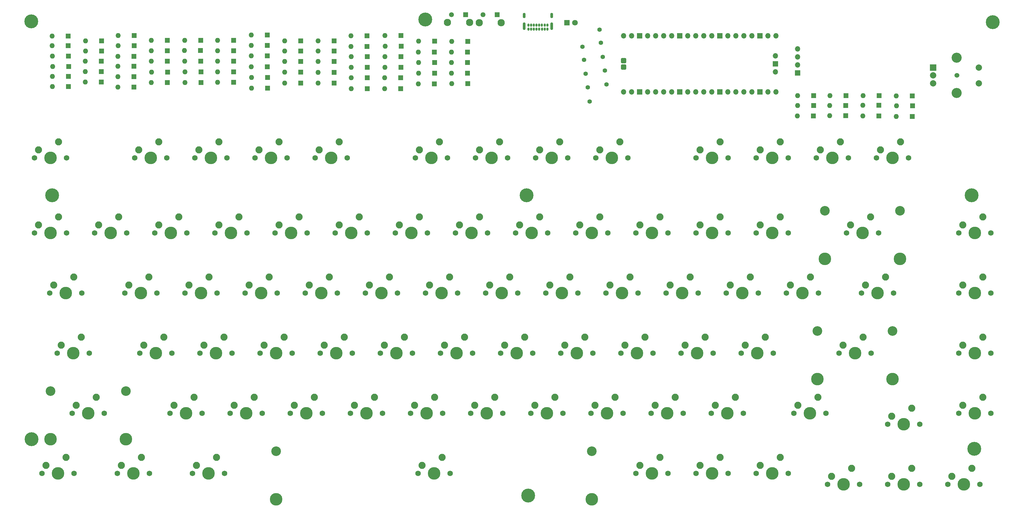
<source format=gbr>
%TF.GenerationSoftware,KiCad,Pcbnew,(6.0.1)*%
%TF.CreationDate,2022-07-13T18:13:40-04:00*%
%TF.ProjectId,Model K Pico-0.2,4d6f6465-6c20-44b2-9050-69636f2d302e,rev?*%
%TF.SameCoordinates,Original*%
%TF.FileFunction,Soldermask,Bot*%
%TF.FilePolarity,Negative*%
%FSLAX46Y46*%
G04 Gerber Fmt 4.6, Leading zero omitted, Abs format (unit mm)*
G04 Created by KiCad (PCBNEW (6.0.1)) date 2022-07-13 18:13:40*
%MOMM*%
%LPD*%
G01*
G04 APERTURE LIST*
G04 Aperture macros list*
%AMRoundRect*
0 Rectangle with rounded corners*
0 $1 Rounding radius*
0 $2 $3 $4 $5 $6 $7 $8 $9 X,Y pos of 4 corners*
0 Add a 4 corners polygon primitive as box body*
4,1,4,$2,$3,$4,$5,$6,$7,$8,$9,$2,$3,0*
0 Add four circle primitives for the rounded corners*
1,1,$1+$1,$2,$3*
1,1,$1+$1,$4,$5*
1,1,$1+$1,$6,$7*
1,1,$1+$1,$8,$9*
0 Add four rect primitives between the rounded corners*
20,1,$1+$1,$2,$3,$4,$5,0*
20,1,$1+$1,$4,$5,$6,$7,0*
20,1,$1+$1,$6,$7,$8,$9,0*
20,1,$1+$1,$8,$9,$2,$3,0*%
%AMHorizOval*
0 Thick line with rounded ends*
0 $1 width*
0 $2 $3 position (X,Y) of the first rounded end (center of the circle)*
0 $4 $5 position (X,Y) of the second rounded end (center of the circle)*
0 Add line between two ends*
20,1,$1,$2,$3,$4,$5,0*
0 Add two circle primitives to create the rounded ends*
1,1,$1,$2,$3*
1,1,$1,$4,$5*%
G04 Aperture macros list end*
%ADD10C,1.750000*%
%ADD11C,3.987800*%
%ADD12C,2.250000*%
%ADD13R,1.600000X1.600000*%
%ADD14O,1.600000X1.600000*%
%ADD15C,3.048000*%
%ADD16R,1.550000X1.550000*%
%ADD17C,1.550000*%
%ADD18C,2.300000*%
%ADD19R,1.800000X1.800000*%
%ADD20C,1.800000*%
%ADD21O,0.650000X1.000000*%
%ADD22O,0.900000X1.700000*%
%ADD23O,0.900000X2.400000*%
%ADD24C,4.400000*%
%ADD25R,1.700000X1.700000*%
%ADD26O,1.700000X1.700000*%
%ADD27C,1.524000*%
%ADD28R,2.000000X2.000000*%
%ADD29C,2.000000*%
%ADD30C,3.200000*%
%ADD31C,1.400000*%
%ADD32HorizOval,1.400000X0.000000X0.000000X0.000000X0.000000X0*%
%ADD33RoundRect,0.437500X0.437500X-0.437500X0.437500X0.437500X-0.437500X0.437500X-0.437500X-0.437500X0*%
G04 APERTURE END LIST*
D10*
%TO.C,SW-1U-61*%
X161400000Y-157335000D03*
D11*
X166480000Y-157335000D03*
D10*
X171560000Y-157335000D03*
D12*
X162670000Y-154795000D03*
X169020000Y-152255000D03*
%TD*%
D13*
%TO.C,D75*%
X177457500Y-37675000D03*
D14*
X172377500Y-37675000D03*
%TD*%
D10*
%TO.C,SW-1U-80*%
X354130000Y-157330000D03*
X364290000Y-157330000D03*
D11*
X359210000Y-157330000D03*
D12*
X355400000Y-154790000D03*
X361750000Y-152250000D03*
%TD*%
D13*
%TO.C,D35*%
X145707500Y-45825000D03*
D14*
X140627500Y-45825000D03*
%TD*%
D11*
%TO.C,SW-1U-58*%
X109330000Y-157335000D03*
D10*
X104250000Y-157335000D03*
X114410000Y-157335000D03*
D12*
X105520000Y-154795000D03*
X111870000Y-152255000D03*
%TD*%
D13*
%TO.C,D38*%
X177457500Y-47685000D03*
D14*
X172377500Y-47685000D03*
%TD*%
D10*
%TO.C,SW-2.25U-55*%
X316185000Y-138285000D03*
D15*
X309358750Y-131300000D03*
D11*
X333171250Y-146540000D03*
X321265000Y-138285000D03*
D15*
X333171250Y-131300000D03*
D10*
X326345000Y-138285000D03*
D11*
X309358750Y-146540000D03*
D12*
X317455000Y-135745000D03*
X323805000Y-133205000D03*
%TD*%
D11*
%TO.C,SW-1U-24*%
X276025000Y-100185000D03*
D10*
X270945000Y-100185000D03*
X281105000Y-100185000D03*
D12*
X272215000Y-97645000D03*
X278565000Y-95105000D03*
%TD*%
D13*
%TO.C,D78*%
X308055000Y-63145000D03*
D14*
X302975000Y-63145000D03*
%TD*%
D16*
%TO.C,SW1*%
X197965000Y-31025000D03*
D17*
X193465000Y-31025000D03*
D18*
X199215000Y-33525000D03*
X192215000Y-33525000D03*
%TD*%
D11*
%TO.C,SW-1U-65*%
X242680000Y-157335000D03*
D10*
X237600000Y-157335000D03*
X247760000Y-157335000D03*
D12*
X238870000Y-154795000D03*
X245220000Y-152255000D03*
%TD*%
D13*
%TO.C,D29*%
X82537500Y-49095000D03*
D14*
X77457500Y-49095000D03*
%TD*%
D13*
%TO.C,D33*%
X124437500Y-45775000D03*
D14*
X119357500Y-45775000D03*
%TD*%
D13*
%TO.C,D28*%
X72167500Y-47425000D03*
D14*
X67087500Y-47425000D03*
%TD*%
D10*
%TO.C,SW-1U-77*%
X312535000Y-179885000D03*
D11*
X317615000Y-179885000D03*
D10*
X322695000Y-179885000D03*
D12*
X313805000Y-177345000D03*
X320155000Y-174805000D03*
%TD*%
D10*
%TO.C,SW-1U-22*%
X243005000Y-100185000D03*
X232845000Y-100185000D03*
D11*
X237925000Y-100185000D03*
D12*
X234115000Y-97645000D03*
X240465000Y-95105000D03*
%TD*%
D10*
%TO.C,SW-1U-48*%
X170930000Y-138285000D03*
D11*
X176010000Y-138285000D03*
D10*
X181090000Y-138285000D03*
D12*
X172200000Y-135745000D03*
X178550000Y-133205000D03*
%TD*%
D13*
%TO.C,D57*%
X72072500Y-40880000D03*
D14*
X66992500Y-40880000D03*
%TD*%
D11*
%TO.C,SW-1U-4*%
X155370000Y-76415000D03*
D10*
X150290000Y-76415000D03*
X160450000Y-76415000D03*
D12*
X151560000Y-73875000D03*
X157910000Y-71335000D03*
%TD*%
D13*
%TO.C,D69*%
X308140000Y-59785000D03*
D14*
X303060000Y-59785000D03*
%TD*%
D13*
%TO.C,D48*%
X124402500Y-42470000D03*
D14*
X119322500Y-42470000D03*
%TD*%
D19*
%TO.C,LED*%
X230015000Y-33585000D03*
D20*
X232555000Y-33585000D03*
%TD*%
D13*
%TO.C,D59*%
X92912500Y-40855000D03*
D14*
X87832500Y-40855000D03*
%TD*%
D11*
%TO.C,SW-1U-9*%
X276010000Y-76420000D03*
D10*
X281090000Y-76420000D03*
X270930000Y-76420000D03*
D12*
X272200000Y-73880000D03*
X278550000Y-71340000D03*
%TD*%
D13*
%TO.C,D54*%
X188057500Y-42845000D03*
D14*
X182977500Y-42845000D03*
%TD*%
D13*
%TO.C,D7*%
X156277500Y-52715000D03*
D14*
X151197500Y-52715000D03*
%TD*%
D10*
%TO.C,SW-1U-32*%
X157275000Y-119235000D03*
D11*
X152195000Y-119235000D03*
D10*
X147115000Y-119235000D03*
D12*
X148385000Y-116695000D03*
X154735000Y-114155000D03*
%TD*%
D21*
%TO.C,USB1*%
X223805000Y-35625000D03*
X222955000Y-35625000D03*
X222105000Y-35625000D03*
X221255000Y-35625000D03*
X220405000Y-35625000D03*
X219555000Y-35625000D03*
X218705000Y-35625000D03*
X217855000Y-35625000D03*
X217850000Y-34300000D03*
X218700000Y-34300000D03*
X219550000Y-34300000D03*
X220400000Y-34300000D03*
X221250000Y-34300000D03*
X222100000Y-34300000D03*
X222950000Y-34300000D03*
X223805000Y-34300000D03*
D22*
X216505000Y-31265000D03*
X225155000Y-31265000D03*
D23*
X225155000Y-34645000D03*
X216505000Y-34645000D03*
%TD*%
D10*
%TO.C,SW-1U-16*%
X118545000Y-100185000D03*
X128705000Y-100185000D03*
D11*
X123625000Y-100185000D03*
D12*
X119815000Y-97645000D03*
X126165000Y-95105000D03*
%TD*%
D13*
%TO.C,D16*%
X103512500Y-49200000D03*
D14*
X98432500Y-49200000D03*
%TD*%
D24*
%TO.C,*%
X358240000Y-88285000D03*
%TD*%
D13*
%TO.C,D65*%
X156302500Y-39365000D03*
D14*
X151222500Y-39365000D03*
%TD*%
D10*
%TO.C,SW-1U-50*%
X209030000Y-138285000D03*
D11*
X214110000Y-138285000D03*
D10*
X219190000Y-138285000D03*
D12*
X210300000Y-135745000D03*
X216650000Y-133205000D03*
%TD*%
D13*
%TO.C,D73*%
X135102500Y-37500000D03*
D14*
X130022500Y-37500000D03*
%TD*%
D11*
%TO.C,SW-1.25U-71*%
X92660000Y-176390000D03*
D10*
X97740000Y-176390000D03*
X87580000Y-176390000D03*
D12*
X88850000Y-173850000D03*
X95200000Y-171310000D03*
%TD*%
D10*
%TO.C,SW-1U-36*%
X233475000Y-119235000D03*
X223315000Y-119235000D03*
D11*
X228395000Y-119235000D03*
D12*
X224585000Y-116695000D03*
X230935000Y-114155000D03*
%TD*%
D13*
%TO.C,D40*%
X198537500Y-46205000D03*
D14*
X193457500Y-46205000D03*
%TD*%
D13*
%TO.C,D14*%
X82537500Y-52330000D03*
D14*
X77457500Y-52330000D03*
%TD*%
D25*
%TO.C,I2CHeader1*%
X303085000Y-49475000D03*
D26*
X303085000Y-46935000D03*
X303085000Y-44395000D03*
X303085000Y-41855000D03*
%TD*%
D13*
%TO.C,D30*%
X92847500Y-47400000D03*
D14*
X87767500Y-47400000D03*
%TD*%
D11*
%TO.C,SW-1.5U-28*%
X71235000Y-119240000D03*
D10*
X66155000Y-119240000D03*
X76315000Y-119240000D03*
D12*
X67425000Y-116700000D03*
X73775000Y-114160000D03*
%TD*%
D13*
%TO.C,D70*%
X72072500Y-37775000D03*
D14*
X66992500Y-37775000D03*
%TD*%
D13*
%TO.C,D47*%
X113967500Y-42375000D03*
D14*
X108887500Y-42375000D03*
%TD*%
D13*
%TO.C,D18*%
X124437500Y-49145000D03*
D14*
X119357500Y-49145000D03*
%TD*%
D11*
%TO.C,SW-1U-20*%
X199825000Y-100185000D03*
D10*
X194745000Y-100185000D03*
X204905000Y-100185000D03*
D12*
X196015000Y-97645000D03*
X202365000Y-95105000D03*
%TD*%
D11*
%TO.C,SW-1.25U-70*%
X68850000Y-176390000D03*
D10*
X63770000Y-176390000D03*
X73930000Y-176390000D03*
D12*
X65040000Y-173850000D03*
X71390000Y-171310000D03*
%TD*%
D13*
%TO.C,D13*%
X72137500Y-50600000D03*
D14*
X67057500Y-50600000D03*
%TD*%
D13*
%TO.C,D60*%
X103417500Y-39120000D03*
D14*
X98337500Y-39120000D03*
%TD*%
D13*
%TO.C,D44*%
X82550949Y-45740918D03*
D14*
X77470949Y-45740918D03*
%TD*%
D10*
%TO.C,SW-1U-74*%
X262045000Y-176385000D03*
X251885000Y-176385000D03*
D11*
X256965000Y-176385000D03*
D12*
X253155000Y-173845000D03*
X259505000Y-171305000D03*
%TD*%
D13*
%TO.C,D76*%
X188087500Y-39445000D03*
D14*
X183007500Y-39445000D03*
%TD*%
D10*
%TO.C,SW-1U-35*%
X204265000Y-119235000D03*
X214425000Y-119235000D03*
D11*
X209345000Y-119235000D03*
D12*
X205535000Y-116695000D03*
X211885000Y-114155000D03*
%TD*%
D27*
%TO.C,ROTARY1*%
X353515000Y-50265000D03*
D28*
X345995000Y-47765000D03*
D29*
X345995000Y-52765000D03*
X345995000Y-50265000D03*
D30*
X353495000Y-44665000D03*
X353495000Y-55865000D03*
D29*
X360495000Y-52765000D03*
X360495000Y-47765000D03*
%TD*%
D13*
%TO.C,D77*%
X198572500Y-39480000D03*
D14*
X193492500Y-39480000D03*
%TD*%
D13*
%TO.C,D61*%
X114002500Y-39200000D03*
D14*
X108922500Y-39200000D03*
%TD*%
D10*
%TO.C,SW-1U-3*%
X131240000Y-76415000D03*
D11*
X136320000Y-76415000D03*
D10*
X141400000Y-76415000D03*
D12*
X132510000Y-73875000D03*
X138860000Y-71335000D03*
%TD*%
D11*
%TO.C,SW-1U-8*%
X244280000Y-76405000D03*
D10*
X249360000Y-76405000D03*
X239200000Y-76405000D03*
D12*
X240470000Y-73865000D03*
X246820000Y-71325000D03*
%TD*%
D11*
%TO.C,SW-1U-7*%
X225230000Y-76405000D03*
D10*
X220150000Y-76405000D03*
X230310000Y-76405000D03*
D12*
X221420000Y-73865000D03*
X227770000Y-71325000D03*
%TD*%
D13*
%TO.C,D8*%
X166777500Y-54470000D03*
D14*
X161697500Y-54470000D03*
%TD*%
D13*
%TO.C,D25*%
X198557500Y-49565000D03*
D14*
X193477500Y-49565000D03*
%TD*%
D10*
%TO.C,SW-1U-31*%
X138225000Y-119235000D03*
X128065000Y-119235000D03*
D11*
X133145000Y-119235000D03*
D12*
X129335000Y-116695000D03*
X135685000Y-114155000D03*
%TD*%
D13*
%TO.C,D52*%
X166742500Y-44330000D03*
D14*
X161662500Y-44330000D03*
%TD*%
D10*
%TO.C,SW-1U-0*%
X61395000Y-76415000D03*
D11*
X66475000Y-76415000D03*
D10*
X71555000Y-76415000D03*
D12*
X62665000Y-73875000D03*
X69015000Y-71335000D03*
%TD*%
D13*
%TO.C,D41*%
X318337500Y-63020000D03*
D14*
X313257500Y-63020000D03*
%TD*%
D13*
%TO.C,D62*%
X124402500Y-39170000D03*
D14*
X119322500Y-39170000D03*
%TD*%
D13*
%TO.C,D55*%
X308150000Y-56670000D03*
D14*
X303070000Y-56670000D03*
%TD*%
D13*
%TO.C,D22*%
X166762500Y-50995000D03*
D14*
X161682500Y-50995000D03*
%TD*%
D31*
%TO.C,R2*%
X235400924Y-45334077D03*
D32*
X240789078Y-39945923D03*
%TD*%
D13*
%TO.C,D43*%
X72102500Y-44155000D03*
D14*
X67022500Y-44155000D03*
%TD*%
D10*
%TO.C,SW-1U-34*%
X185215000Y-119235000D03*
D11*
X190295000Y-119235000D03*
D10*
X195375000Y-119235000D03*
D12*
X186485000Y-116695000D03*
X192835000Y-114155000D03*
%TD*%
D11*
%TO.C,SW-1U-78*%
X336665000Y-179885000D03*
D10*
X341745000Y-179885000D03*
X331585000Y-179885000D03*
D12*
X332855000Y-177345000D03*
X339205000Y-174805000D03*
%TD*%
D11*
%TO.C,SW-1.5U-41*%
X328415000Y-119235000D03*
D10*
X323335000Y-119235000D03*
X333495000Y-119235000D03*
D12*
X324605000Y-116695000D03*
X330955000Y-114155000D03*
%TD*%
D10*
%TO.C,SW-1U-14*%
X80445000Y-100185000D03*
D11*
X85525000Y-100185000D03*
D10*
X90605000Y-100185000D03*
D12*
X81715000Y-97645000D03*
X88065000Y-95105000D03*
%TD*%
D11*
%TO.C,SW-1U-67*%
X280780000Y-157335000D03*
D10*
X275700000Y-157335000D03*
X285860000Y-157335000D03*
D12*
X276970000Y-154795000D03*
X283320000Y-152255000D03*
%TD*%
D11*
%TO.C,SW-1U-66*%
X261730000Y-157335000D03*
D10*
X256650000Y-157335000D03*
X266810000Y-157335000D03*
D12*
X257920000Y-154795000D03*
X264270000Y-152255000D03*
%TD*%
D13*
%TO.C,D58*%
X82602500Y-42515000D03*
D14*
X77522500Y-42515000D03*
%TD*%
D10*
%TO.C,SW-1U-59*%
X133460000Y-157335000D03*
X123300000Y-157335000D03*
D11*
X128380000Y-157335000D03*
D12*
X124570000Y-154795000D03*
X130920000Y-152255000D03*
%TD*%
D24*
%TO.C,*%
X359090000Y-168615000D03*
%TD*%
D31*
%TO.C,R4*%
X236613310Y-54091463D03*
D32*
X242001464Y-48703309D03*
%TD*%
D24*
%TO.C,*%
X217220000Y-88300000D03*
%TD*%
D13*
%TO.C,D56*%
X328872500Y-56670000D03*
D14*
X323792500Y-56670000D03*
%TD*%
D10*
%TO.C,SW-1.75U-43*%
X68535000Y-138290000D03*
X78695000Y-138290000D03*
D11*
X73615000Y-138290000D03*
D12*
X69805000Y-135750000D03*
X76155000Y-133210000D03*
%TD*%
D13*
%TO.C,D81*%
X339442500Y-56770000D03*
D14*
X334362500Y-56770000D03*
%TD*%
D13*
%TO.C,D12*%
X318392500Y-56675000D03*
D14*
X313312500Y-56675000D03*
%TD*%
D11*
%TO.C,SW-1U-5*%
X187130000Y-76405000D03*
D10*
X192210000Y-76405000D03*
X182050000Y-76405000D03*
D12*
X183320000Y-73865000D03*
X189670000Y-71325000D03*
%TD*%
D31*
%TO.C,R5*%
X237198310Y-58521463D03*
D32*
X242586464Y-53133309D03*
%TD*%
D13*
%TO.C,D21*%
X156277500Y-49360000D03*
D14*
X151197500Y-49360000D03*
%TD*%
D10*
%TO.C,SW-1U-1*%
X93140000Y-76415000D03*
D11*
X98220000Y-76415000D03*
D10*
X103300000Y-76415000D03*
D12*
X94410000Y-73875000D03*
X100760000Y-71335000D03*
%TD*%
D10*
%TO.C,SW-1U-17*%
X147755000Y-100185000D03*
D11*
X142675000Y-100185000D03*
D10*
X137595000Y-100185000D03*
D12*
X138865000Y-97645000D03*
X145215000Y-95105000D03*
%TD*%
D13*
%TO.C,D80*%
X328842500Y-59725000D03*
D14*
X323762500Y-59725000D03*
%TD*%
D11*
%TO.C,SW-1U-39*%
X285545000Y-119235000D03*
D10*
X290625000Y-119235000D03*
X280465000Y-119235000D03*
D12*
X281735000Y-116695000D03*
X288085000Y-114155000D03*
%TD*%
D10*
%TO.C,SW-1U-54*%
X285230000Y-138285000D03*
D11*
X290310000Y-138285000D03*
D10*
X295390000Y-138285000D03*
D12*
X286500000Y-135745000D03*
X292850000Y-133205000D03*
%TD*%
D13*
%TO.C,D9*%
X177392500Y-54460000D03*
D14*
X172312500Y-54460000D03*
%TD*%
D10*
%TO.C,SW-1U-30*%
X119175000Y-119235000D03*
X109015000Y-119235000D03*
D11*
X114095000Y-119235000D03*
D12*
X110285000Y-116695000D03*
X116635000Y-114155000D03*
%TD*%
D13*
%TO.C,D63*%
X135132500Y-40805000D03*
D14*
X130052500Y-40805000D03*
%TD*%
D13*
%TO.C,D3*%
X114097500Y-52515000D03*
D14*
X109017500Y-52515000D03*
%TD*%
D10*
%TO.C,SW-1U-38*%
X271575000Y-119235000D03*
X261415000Y-119235000D03*
D11*
X266495000Y-119235000D03*
D12*
X262685000Y-116695000D03*
X269035000Y-114155000D03*
%TD*%
D24*
%TO.C,*%
X185185000Y-32565000D03*
%TD*%
D31*
%TO.C,R3*%
X235943310Y-49761463D03*
D32*
X241331464Y-44373309D03*
%TD*%
D10*
%TO.C,SW-1U-44*%
X94730000Y-138285000D03*
X104890000Y-138285000D03*
D11*
X99810000Y-138285000D03*
D12*
X96000000Y-135745000D03*
X102350000Y-133205000D03*
%TD*%
D10*
%TO.C,SW-1U-56*%
X354130000Y-138280000D03*
D11*
X359210000Y-138280000D03*
D10*
X364290000Y-138280000D03*
D12*
X355400000Y-135740000D03*
X361750000Y-133200000D03*
%TD*%
D13*
%TO.C,D11*%
X198602500Y-52900000D03*
D14*
X193522500Y-52900000D03*
%TD*%
D10*
%TO.C,SW-1U-75*%
X270935000Y-176385000D03*
D11*
X276015000Y-176385000D03*
D10*
X281095000Y-176385000D03*
D12*
X272205000Y-173845000D03*
X278555000Y-171305000D03*
%TD*%
D10*
%TO.C,SW-1U-21*%
X223955000Y-100185000D03*
X213795000Y-100185000D03*
D11*
X218875000Y-100185000D03*
D12*
X215065000Y-97645000D03*
X221415000Y-95105000D03*
%TD*%
D13*
%TO.C,D51*%
X156292500Y-42545000D03*
D14*
X151212500Y-42545000D03*
%TD*%
D13*
%TO.C,D37*%
X166762500Y-47680000D03*
D14*
X161682500Y-47680000D03*
%TD*%
D10*
%TO.C,SW-1U-53*%
X276340000Y-138285000D03*
D11*
X271260000Y-138285000D03*
D10*
X266180000Y-138285000D03*
D12*
X267450000Y-135745000D03*
X273800000Y-133205000D03*
%TD*%
D10*
%TO.C,SW-1U-13*%
X61395000Y-100185000D03*
X71555000Y-100185000D03*
D11*
X66475000Y-100185000D03*
D12*
X62665000Y-97645000D03*
X69015000Y-95105000D03*
%TD*%
D10*
%TO.C,SW-1U-42*%
X364290000Y-119230000D03*
X354130000Y-119230000D03*
D11*
X359210000Y-119230000D03*
D12*
X355400000Y-116690000D03*
X361750000Y-114150000D03*
%TD*%
D11*
%TO.C,SW-1U-79*%
X355715000Y-179885000D03*
D10*
X350635000Y-179885000D03*
X360795000Y-179885000D03*
D12*
X351905000Y-177345000D03*
X358255000Y-174805000D03*
%TD*%
D13*
%TO.C,D71*%
X82572500Y-39310000D03*
D14*
X77492500Y-39310000D03*
%TD*%
D13*
%TO.C,D34*%
X135102500Y-47545000D03*
D14*
X130022500Y-47545000D03*
%TD*%
D10*
%TO.C,SW-1U-76*%
X289985000Y-176385000D03*
X300145000Y-176385000D03*
D11*
X295065000Y-176385000D03*
D12*
X291255000Y-173845000D03*
X297605000Y-171305000D03*
%TD*%
D13*
%TO.C,D6*%
X145677500Y-52730000D03*
D14*
X140597500Y-52730000D03*
%TD*%
D13*
%TO.C,D15*%
X92847500Y-50635000D03*
D14*
X87767500Y-50635000D03*
%TD*%
D13*
%TO.C,D46*%
X103447500Y-42425000D03*
D14*
X98367500Y-42425000D03*
%TD*%
D13*
%TO.C,D74*%
X166697500Y-37700000D03*
D14*
X161617500Y-37700000D03*
%TD*%
D13*
%TO.C,D24*%
X188087500Y-49585000D03*
D14*
X183007500Y-49585000D03*
%TD*%
D13*
%TO.C,D26*%
X318357500Y-59850000D03*
D14*
X313277500Y-59850000D03*
%TD*%
D10*
%TO.C,SW-1U-45*%
X113780000Y-138285000D03*
D11*
X118860000Y-138285000D03*
D10*
X123940000Y-138285000D03*
D12*
X115050000Y-135745000D03*
X121400000Y-133205000D03*
%TD*%
D13*
%TO.C,D23*%
X177392500Y-50990000D03*
D14*
X172312500Y-50990000D03*
%TD*%
D13*
%TO.C,D66*%
X166697500Y-41080000D03*
D14*
X161617500Y-41080000D03*
%TD*%
D10*
%TO.C,SW-1.75U-68*%
X312055000Y-157335000D03*
D11*
X306975000Y-157335000D03*
D10*
X301895000Y-157335000D03*
D12*
X303165000Y-154795000D03*
X309515000Y-152255000D03*
%TD*%
D13*
%TO.C,D10*%
X188022500Y-52920000D03*
D14*
X182942500Y-52920000D03*
%TD*%
D24*
%TO.C,*%
X66980000Y-88285000D03*
%TD*%
D11*
%TO.C,SW-1U-51*%
X233160000Y-138285000D03*
D10*
X228080000Y-138285000D03*
X238240000Y-138285000D03*
D12*
X229350000Y-135745000D03*
X235700000Y-133205000D03*
%TD*%
D26*
%TO.C,RPI1*%
X247995000Y-55535000D03*
X250535000Y-55535000D03*
D25*
X253075000Y-55535000D03*
D26*
X255615000Y-55535000D03*
X258155000Y-55535000D03*
X260695000Y-55535000D03*
X263235000Y-55535000D03*
D25*
X265775000Y-55535000D03*
D26*
X268315000Y-55535000D03*
X270855000Y-55535000D03*
X273395000Y-55535000D03*
X275935000Y-55535000D03*
D25*
X278475000Y-55535000D03*
D26*
X281015000Y-55535000D03*
X283555000Y-55535000D03*
X286095000Y-55535000D03*
X288635000Y-55535000D03*
D25*
X291175000Y-55535000D03*
D26*
X293715000Y-55535000D03*
X296255000Y-55535000D03*
X296255000Y-37755000D03*
X293715000Y-37755000D03*
D25*
X291175000Y-37755000D03*
D26*
X288635000Y-37755000D03*
X286095000Y-37755000D03*
X283555000Y-37755000D03*
X281015000Y-37755000D03*
D25*
X278475000Y-37755000D03*
D26*
X275935000Y-37755000D03*
X273395000Y-37755000D03*
X270855000Y-37755000D03*
X268315000Y-37755000D03*
D25*
X265775000Y-37755000D03*
D26*
X263235000Y-37755000D03*
X260695000Y-37755000D03*
X258155000Y-37755000D03*
X255615000Y-37755000D03*
D25*
X253075000Y-37755000D03*
D26*
X250535000Y-37755000D03*
X247995000Y-37755000D03*
X296025000Y-49185000D03*
D25*
X296025000Y-46645000D03*
D26*
X296025000Y-44105000D03*
D33*
X248000000Y-45629000D03*
X248000000Y-47661000D03*
%TD*%
D13*
%TO.C,D19*%
X135167500Y-50910000D03*
D14*
X130087500Y-50910000D03*
%TD*%
D13*
%TO.C,D4*%
X124402500Y-52485000D03*
D14*
X119322500Y-52485000D03*
%TD*%
D13*
%TO.C,D49*%
X135102500Y-44075000D03*
D14*
X130022500Y-44075000D03*
%TD*%
D13*
%TO.C,D64*%
X145717500Y-39295000D03*
D14*
X140637500Y-39295000D03*
%TD*%
D13*
%TO.C,D36*%
X156277500Y-45870000D03*
D14*
X151197500Y-45870000D03*
%TD*%
D10*
%TO.C,SW-1U-10*%
X300140000Y-76415000D03*
X289980000Y-76415000D03*
D11*
X295060000Y-76415000D03*
D12*
X291250000Y-73875000D03*
X297600000Y-71335000D03*
%TD*%
D10*
%TO.C,SW-1U-29*%
X89965000Y-119235000D03*
X100125000Y-119235000D03*
D11*
X95045000Y-119235000D03*
D12*
X91235000Y-116695000D03*
X97585000Y-114155000D03*
%TD*%
D24*
%TO.C,REF\u002A\u002A*%
X364885000Y-33430000D03*
%TD*%
D10*
%TO.C,SW-1U-37*%
X242365000Y-119235000D03*
X252525000Y-119235000D03*
D11*
X247445000Y-119235000D03*
D12*
X243635000Y-116695000D03*
X249985000Y-114155000D03*
%TD*%
D13*
%TO.C,D72*%
X92912500Y-37650000D03*
D14*
X87832500Y-37650000D03*
%TD*%
D13*
%TO.C,D17*%
X114097500Y-49180000D03*
D14*
X109017500Y-49180000D03*
%TD*%
D13*
%TO.C,D32*%
X114002500Y-45775000D03*
D14*
X108922500Y-45775000D03*
%TD*%
D10*
%TO.C,SW-1U-12*%
X338240000Y-76415000D03*
D11*
X333160000Y-76415000D03*
D10*
X328080000Y-76415000D03*
D12*
X329350000Y-73875000D03*
X335700000Y-71335000D03*
%TD*%
D10*
%TO.C,SW-1U-23*%
X262055000Y-100185000D03*
D11*
X256975000Y-100185000D03*
D10*
X251895000Y-100185000D03*
D12*
X253165000Y-97645000D03*
X259515000Y-95105000D03*
%TD*%
D10*
%TO.C,SW-1U-49*%
X200140000Y-138285000D03*
X189980000Y-138285000D03*
D11*
X195060000Y-138285000D03*
D12*
X191250000Y-135745000D03*
X197600000Y-133205000D03*
%TD*%
D13*
%TO.C,D79*%
X328842500Y-63085000D03*
D14*
X323762500Y-63085000D03*
%TD*%
D10*
%TO.C,SW-1U-2*%
X122350000Y-76415000D03*
X112190000Y-76415000D03*
D11*
X117270000Y-76415000D03*
D12*
X113460000Y-73875000D03*
X119810000Y-71335000D03*
%TD*%
D11*
%TO.C,SW-1U-19*%
X180775000Y-100185000D03*
D10*
X175695000Y-100185000D03*
X185855000Y-100185000D03*
D12*
X176965000Y-97645000D03*
X183315000Y-95105000D03*
%TD*%
D24*
%TO.C,*%
X60455000Y-165530000D03*
%TD*%
D13*
%TO.C,D42*%
X339390000Y-63270000D03*
D14*
X334310000Y-63270000D03*
%TD*%
D13*
%TO.C,D20*%
X145707500Y-49275000D03*
D14*
X140627500Y-49275000D03*
%TD*%
D10*
%TO.C,SW-1U-69*%
X331585000Y-160835000D03*
D11*
X336665000Y-160835000D03*
D10*
X341745000Y-160835000D03*
D12*
X332855000Y-158295000D03*
X339205000Y-155755000D03*
%TD*%
D24*
%TO.C,*%
X217730000Y-183415000D03*
%TD*%
D10*
%TO.C,SW-1U-15*%
X109655000Y-100185000D03*
D11*
X104575000Y-100185000D03*
D10*
X99495000Y-100185000D03*
D12*
X100765000Y-97645000D03*
X107115000Y-95105000D03*
%TD*%
D11*
%TO.C,SW-1U-6*%
X206180000Y-76405000D03*
D10*
X211260000Y-76405000D03*
X201100000Y-76405000D03*
D12*
X202370000Y-73865000D03*
X208720000Y-71325000D03*
%TD*%
D13*
%TO.C,D27*%
X339462500Y-59890000D03*
D14*
X334382500Y-59890000D03*
%TD*%
D13*
%TO.C,D39*%
X188087500Y-46215000D03*
D14*
X183007500Y-46215000D03*
%TD*%
D10*
%TO.C,SW-1U-25*%
X300155000Y-100185000D03*
X289995000Y-100185000D03*
D11*
X295075000Y-100185000D03*
D12*
X291265000Y-97645000D03*
X297615000Y-95105000D03*
%TD*%
D13*
%TO.C,D68*%
X198557500Y-42865000D03*
D14*
X193477500Y-42865000D03*
%TD*%
D10*
%TO.C,SW-1U-40*%
X299515000Y-119235000D03*
D11*
X304595000Y-119235000D03*
D10*
X309675000Y-119235000D03*
D12*
X300785000Y-116695000D03*
X307135000Y-114155000D03*
%TD*%
D24*
%TO.C,*%
X60365000Y-33150000D03*
%TD*%
D10*
%TO.C,SW-1U-11*%
X319190000Y-76415000D03*
D11*
X314110000Y-76415000D03*
D10*
X309030000Y-76415000D03*
D12*
X310300000Y-73875000D03*
X316650000Y-71335000D03*
%TD*%
D10*
%TO.C,SW-1U-60*%
X142350000Y-157335000D03*
X152510000Y-157335000D03*
D11*
X147430000Y-157335000D03*
D12*
X143620000Y-154795000D03*
X149970000Y-152255000D03*
%TD*%
D13*
%TO.C,D2*%
X103482500Y-52500000D03*
D14*
X98402500Y-52500000D03*
%TD*%
D13*
%TO.C,D50*%
X145712500Y-42560000D03*
D14*
X140632500Y-42560000D03*
%TD*%
D16*
%TO.C,SW-BUTTON1*%
X207960000Y-31040000D03*
D17*
X203460000Y-31040000D03*
D18*
X209210000Y-33540000D03*
X202210000Y-33540000D03*
%TD*%
D11*
%TO.C,SW-1U-52*%
X252210000Y-138285000D03*
D10*
X247130000Y-138285000D03*
X257290000Y-138285000D03*
D12*
X248400000Y-135745000D03*
X254750000Y-133205000D03*
%TD*%
D13*
%TO.C,D53*%
X177457500Y-44350000D03*
D14*
X172377500Y-44350000D03*
%TD*%
D13*
%TO.C,D67*%
X177487500Y-41045000D03*
D14*
X172407500Y-41045000D03*
%TD*%
D11*
%TO.C,SW-1U-64*%
X223630000Y-157335000D03*
D10*
X218550000Y-157335000D03*
X228710000Y-157335000D03*
D12*
X219820000Y-154795000D03*
X226170000Y-152255000D03*
%TD*%
D11*
%TO.C,SW-1.25U-72*%
X116475000Y-176385000D03*
D10*
X121555000Y-176385000D03*
X111395000Y-176385000D03*
D12*
X112665000Y-173845000D03*
X119015000Y-171305000D03*
%TD*%
D10*
%TO.C,SW-6.25U-73*%
X182830000Y-176385000D03*
D11*
X137910100Y-184640000D03*
D15*
X237909900Y-169400000D03*
D11*
X237909900Y-184640000D03*
X187910000Y-176385000D03*
D15*
X137910100Y-169400000D03*
D10*
X192990000Y-176385000D03*
D12*
X184100000Y-173845000D03*
X190450000Y-171305000D03*
%TD*%
D13*
%TO.C,D45*%
X92882500Y-44225000D03*
D14*
X87802500Y-44225000D03*
%TD*%
D10*
%TO.C,SW-1U-33*%
X176325000Y-119235000D03*
X166165000Y-119235000D03*
D11*
X171245000Y-119235000D03*
D12*
X167435000Y-116695000D03*
X173785000Y-114155000D03*
%TD*%
D10*
%TO.C,SW-1U-47*%
X162040000Y-138285000D03*
D11*
X156960000Y-138285000D03*
D10*
X151880000Y-138285000D03*
D12*
X153150000Y-135745000D03*
X159500000Y-133205000D03*
%TD*%
D10*
%TO.C,SW-1U-62*%
X180450000Y-157335000D03*
D11*
X185530000Y-157335000D03*
D10*
X190610000Y-157335000D03*
D12*
X181720000Y-154795000D03*
X188070000Y-152255000D03*
%TD*%
D11*
%TO.C,SW-1U-63*%
X204580000Y-157335000D03*
D10*
X199500000Y-157335000D03*
X209660000Y-157335000D03*
D12*
X200770000Y-154795000D03*
X207120000Y-152255000D03*
%TD*%
D13*
%TO.C,D0*%
X72137500Y-53835000D03*
D14*
X67057500Y-53835000D03*
%TD*%
D10*
%TO.C,SW-1U-18*%
X156645000Y-100185000D03*
D11*
X161725000Y-100185000D03*
D10*
X166805000Y-100185000D03*
D12*
X157915000Y-97645000D03*
X164265000Y-95105000D03*
%TD*%
D11*
%TO.C,SW-1U-27*%
X359210000Y-100180000D03*
D10*
X354130000Y-100180000D03*
X364290000Y-100180000D03*
D12*
X355400000Y-97640000D03*
X361750000Y-95100000D03*
%TD*%
D15*
%TO.C,SW-2U-26*%
X311743750Y-93200000D03*
D11*
X335556250Y-108440000D03*
D10*
X328730000Y-100185000D03*
D11*
X311743750Y-108440000D03*
D15*
X335556250Y-93200000D03*
D10*
X318570000Y-100185000D03*
D11*
X323650000Y-100185000D03*
D12*
X319840000Y-97645000D03*
X326190000Y-95105000D03*
%TD*%
D13*
%TO.C,D31*%
X103467500Y-45775000D03*
D14*
X98387500Y-45775000D03*
%TD*%
D31*
%TO.C,R1*%
X234963310Y-41196463D03*
D32*
X240351464Y-35808309D03*
%TD*%
D11*
%TO.C,SW-2.25U-57*%
X78375000Y-157340000D03*
X90281250Y-165595000D03*
D10*
X83455000Y-157340000D03*
D11*
X66468750Y-165595000D03*
D10*
X73295000Y-157340000D03*
D15*
X90281250Y-150355000D03*
X66468750Y-150355000D03*
D12*
X74565000Y-154800000D03*
X80915000Y-152260000D03*
%TD*%
D10*
%TO.C,SW-1U-46*%
X142990000Y-138285000D03*
X132830000Y-138285000D03*
D11*
X137910000Y-138285000D03*
D12*
X134100000Y-135745000D03*
X140450000Y-133205000D03*
%TD*%
D13*
%TO.C,D5*%
X135167500Y-54315000D03*
D14*
X130087500Y-54315000D03*
%TD*%
D13*
%TO.C,D1*%
X92882500Y-53940000D03*
D14*
X87802500Y-53940000D03*
%TD*%
M02*

</source>
